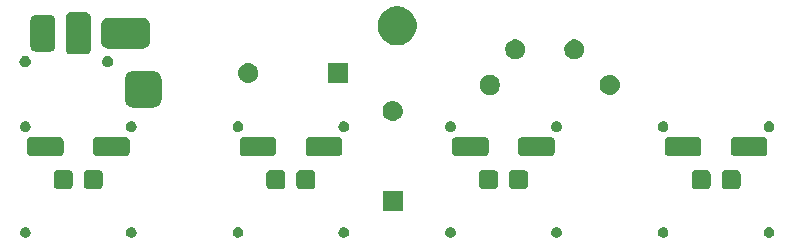
<source format=gbr>
G04 #@! TF.GenerationSoftware,KiCad,Pcbnew,(5.0.1-3-g963ef8bb5)*
G04 #@! TF.CreationDate,2019-02-12T17:52:07-08:00*
G04 #@! TF.ProjectId,4button-3wire,34627574746F6E2D33776972652E6B69,rev?*
G04 #@! TF.SameCoordinates,Original*
G04 #@! TF.FileFunction,Soldermask,Top*
G04 #@! TF.FilePolarity,Negative*
%FSLAX46Y46*%
G04 Gerber Fmt 4.6, Leading zero omitted, Abs format (unit mm)*
G04 Created by KiCad (PCBNEW (5.0.1-3-g963ef8bb5)) date Tuesday, February 12, 2019 at 05:52:07 PM*
%MOMM*%
%LPD*%
G01*
G04 APERTURE LIST*
%ADD10C,0.100000*%
G04 APERTURE END LIST*
D10*
G36*
X134611552Y-118046331D02*
X134693625Y-118080327D01*
X134693626Y-118080328D01*
X134693629Y-118080329D01*
X134767496Y-118129686D01*
X134767500Y-118129689D01*
X134830311Y-118192500D01*
X134830313Y-118192503D01*
X134830314Y-118192504D01*
X134879671Y-118266371D01*
X134879672Y-118266374D01*
X134879673Y-118266375D01*
X134913669Y-118348448D01*
X134931000Y-118435579D01*
X134931000Y-118524421D01*
X134913669Y-118611552D01*
X134879673Y-118693625D01*
X134879671Y-118693629D01*
X134830314Y-118767496D01*
X134830311Y-118767500D01*
X134767500Y-118830311D01*
X134767497Y-118830313D01*
X134767496Y-118830314D01*
X134693629Y-118879671D01*
X134693626Y-118879672D01*
X134693625Y-118879673D01*
X134611552Y-118913669D01*
X134524421Y-118931000D01*
X134435579Y-118931000D01*
X134348448Y-118913669D01*
X134266375Y-118879673D01*
X134266374Y-118879672D01*
X134266371Y-118879671D01*
X134192504Y-118830314D01*
X134192503Y-118830313D01*
X134192500Y-118830311D01*
X134129689Y-118767500D01*
X134129686Y-118767496D01*
X134080329Y-118693629D01*
X134080327Y-118693625D01*
X134046331Y-118611552D01*
X134029000Y-118524421D01*
X134029000Y-118435579D01*
X134046331Y-118348448D01*
X134080327Y-118266375D01*
X134080328Y-118266374D01*
X134080329Y-118266371D01*
X134129686Y-118192504D01*
X134129687Y-118192503D01*
X134129689Y-118192500D01*
X134192500Y-118129689D01*
X134192504Y-118129686D01*
X134266371Y-118080329D01*
X134266374Y-118080328D01*
X134266375Y-118080327D01*
X134348448Y-118046331D01*
X134435579Y-118029000D01*
X134524421Y-118029000D01*
X134611552Y-118046331D01*
X134611552Y-118046331D01*
G37*
G36*
X125651552Y-118046331D02*
X125733625Y-118080327D01*
X125733626Y-118080328D01*
X125733629Y-118080329D01*
X125807496Y-118129686D01*
X125807500Y-118129689D01*
X125870311Y-118192500D01*
X125870313Y-118192503D01*
X125870314Y-118192504D01*
X125919671Y-118266371D01*
X125919672Y-118266374D01*
X125919673Y-118266375D01*
X125953669Y-118348448D01*
X125971000Y-118435579D01*
X125971000Y-118524421D01*
X125953669Y-118611552D01*
X125919673Y-118693625D01*
X125919671Y-118693629D01*
X125870314Y-118767496D01*
X125870311Y-118767500D01*
X125807500Y-118830311D01*
X125807497Y-118830313D01*
X125807496Y-118830314D01*
X125733629Y-118879671D01*
X125733626Y-118879672D01*
X125733625Y-118879673D01*
X125651552Y-118913669D01*
X125564421Y-118931000D01*
X125475579Y-118931000D01*
X125388448Y-118913669D01*
X125306375Y-118879673D01*
X125306374Y-118879672D01*
X125306371Y-118879671D01*
X125232504Y-118830314D01*
X125232503Y-118830313D01*
X125232500Y-118830311D01*
X125169689Y-118767500D01*
X125169686Y-118767496D01*
X125120329Y-118693629D01*
X125120327Y-118693625D01*
X125086331Y-118611552D01*
X125069000Y-118524421D01*
X125069000Y-118435579D01*
X125086331Y-118348448D01*
X125120327Y-118266375D01*
X125120328Y-118266374D01*
X125120329Y-118266371D01*
X125169686Y-118192504D01*
X125169687Y-118192503D01*
X125169689Y-118192500D01*
X125232500Y-118129689D01*
X125232504Y-118129686D01*
X125306371Y-118080329D01*
X125306374Y-118080328D01*
X125306375Y-118080327D01*
X125388448Y-118046331D01*
X125475579Y-118029000D01*
X125564421Y-118029000D01*
X125651552Y-118046331D01*
X125651552Y-118046331D01*
G37*
G36*
X116611552Y-118046331D02*
X116693625Y-118080327D01*
X116693626Y-118080328D01*
X116693629Y-118080329D01*
X116767496Y-118129686D01*
X116767500Y-118129689D01*
X116830311Y-118192500D01*
X116830313Y-118192503D01*
X116830314Y-118192504D01*
X116879671Y-118266371D01*
X116879672Y-118266374D01*
X116879673Y-118266375D01*
X116913669Y-118348448D01*
X116931000Y-118435579D01*
X116931000Y-118524421D01*
X116913669Y-118611552D01*
X116879673Y-118693625D01*
X116879671Y-118693629D01*
X116830314Y-118767496D01*
X116830311Y-118767500D01*
X116767500Y-118830311D01*
X116767497Y-118830313D01*
X116767496Y-118830314D01*
X116693629Y-118879671D01*
X116693626Y-118879672D01*
X116693625Y-118879673D01*
X116611552Y-118913669D01*
X116524421Y-118931000D01*
X116435579Y-118931000D01*
X116348448Y-118913669D01*
X116266375Y-118879673D01*
X116266374Y-118879672D01*
X116266371Y-118879671D01*
X116192504Y-118830314D01*
X116192503Y-118830313D01*
X116192500Y-118830311D01*
X116129689Y-118767500D01*
X116129686Y-118767496D01*
X116080329Y-118693629D01*
X116080327Y-118693625D01*
X116046331Y-118611552D01*
X116029000Y-118524421D01*
X116029000Y-118435579D01*
X116046331Y-118348448D01*
X116080327Y-118266375D01*
X116080328Y-118266374D01*
X116080329Y-118266371D01*
X116129686Y-118192504D01*
X116129687Y-118192503D01*
X116129689Y-118192500D01*
X116192500Y-118129689D01*
X116192504Y-118129686D01*
X116266371Y-118080329D01*
X116266374Y-118080328D01*
X116266375Y-118080327D01*
X116348448Y-118046331D01*
X116435579Y-118029000D01*
X116524421Y-118029000D01*
X116611552Y-118046331D01*
X116611552Y-118046331D01*
G37*
G36*
X107651552Y-118046331D02*
X107733625Y-118080327D01*
X107733626Y-118080328D01*
X107733629Y-118080329D01*
X107807496Y-118129686D01*
X107807500Y-118129689D01*
X107870311Y-118192500D01*
X107870313Y-118192503D01*
X107870314Y-118192504D01*
X107919671Y-118266371D01*
X107919672Y-118266374D01*
X107919673Y-118266375D01*
X107953669Y-118348448D01*
X107971000Y-118435579D01*
X107971000Y-118524421D01*
X107953669Y-118611552D01*
X107919673Y-118693625D01*
X107919671Y-118693629D01*
X107870314Y-118767496D01*
X107870311Y-118767500D01*
X107807500Y-118830311D01*
X107807497Y-118830313D01*
X107807496Y-118830314D01*
X107733629Y-118879671D01*
X107733626Y-118879672D01*
X107733625Y-118879673D01*
X107651552Y-118913669D01*
X107564421Y-118931000D01*
X107475579Y-118931000D01*
X107388448Y-118913669D01*
X107306375Y-118879673D01*
X107306374Y-118879672D01*
X107306371Y-118879671D01*
X107232504Y-118830314D01*
X107232503Y-118830313D01*
X107232500Y-118830311D01*
X107169689Y-118767500D01*
X107169686Y-118767496D01*
X107120329Y-118693629D01*
X107120327Y-118693625D01*
X107086331Y-118611552D01*
X107069000Y-118524421D01*
X107069000Y-118435579D01*
X107086331Y-118348448D01*
X107120327Y-118266375D01*
X107120328Y-118266374D01*
X107120329Y-118266371D01*
X107169686Y-118192504D01*
X107169687Y-118192503D01*
X107169689Y-118192500D01*
X107232500Y-118129689D01*
X107232504Y-118129686D01*
X107306371Y-118080329D01*
X107306374Y-118080328D01*
X107306375Y-118080327D01*
X107388448Y-118046331D01*
X107475579Y-118029000D01*
X107564421Y-118029000D01*
X107651552Y-118046331D01*
X107651552Y-118046331D01*
G37*
G36*
X98611552Y-118046331D02*
X98693625Y-118080327D01*
X98693626Y-118080328D01*
X98693629Y-118080329D01*
X98767496Y-118129686D01*
X98767500Y-118129689D01*
X98830311Y-118192500D01*
X98830313Y-118192503D01*
X98830314Y-118192504D01*
X98879671Y-118266371D01*
X98879672Y-118266374D01*
X98879673Y-118266375D01*
X98913669Y-118348448D01*
X98931000Y-118435579D01*
X98931000Y-118524421D01*
X98913669Y-118611552D01*
X98879673Y-118693625D01*
X98879671Y-118693629D01*
X98830314Y-118767496D01*
X98830311Y-118767500D01*
X98767500Y-118830311D01*
X98767497Y-118830313D01*
X98767496Y-118830314D01*
X98693629Y-118879671D01*
X98693626Y-118879672D01*
X98693625Y-118879673D01*
X98611552Y-118913669D01*
X98524421Y-118931000D01*
X98435579Y-118931000D01*
X98348448Y-118913669D01*
X98266375Y-118879673D01*
X98266374Y-118879672D01*
X98266371Y-118879671D01*
X98192504Y-118830314D01*
X98192503Y-118830313D01*
X98192500Y-118830311D01*
X98129689Y-118767500D01*
X98129686Y-118767496D01*
X98080329Y-118693629D01*
X98080327Y-118693625D01*
X98046331Y-118611552D01*
X98029000Y-118524421D01*
X98029000Y-118435579D01*
X98046331Y-118348448D01*
X98080327Y-118266375D01*
X98080328Y-118266374D01*
X98080329Y-118266371D01*
X98129686Y-118192504D01*
X98129687Y-118192503D01*
X98129689Y-118192500D01*
X98192500Y-118129689D01*
X98192504Y-118129686D01*
X98266371Y-118080329D01*
X98266374Y-118080328D01*
X98266375Y-118080327D01*
X98348448Y-118046331D01*
X98435579Y-118029000D01*
X98524421Y-118029000D01*
X98611552Y-118046331D01*
X98611552Y-118046331D01*
G37*
G36*
X89651552Y-118046331D02*
X89733625Y-118080327D01*
X89733626Y-118080328D01*
X89733629Y-118080329D01*
X89807496Y-118129686D01*
X89807500Y-118129689D01*
X89870311Y-118192500D01*
X89870313Y-118192503D01*
X89870314Y-118192504D01*
X89919671Y-118266371D01*
X89919672Y-118266374D01*
X89919673Y-118266375D01*
X89953669Y-118348448D01*
X89971000Y-118435579D01*
X89971000Y-118524421D01*
X89953669Y-118611552D01*
X89919673Y-118693625D01*
X89919671Y-118693629D01*
X89870314Y-118767496D01*
X89870311Y-118767500D01*
X89807500Y-118830311D01*
X89807497Y-118830313D01*
X89807496Y-118830314D01*
X89733629Y-118879671D01*
X89733626Y-118879672D01*
X89733625Y-118879673D01*
X89651552Y-118913669D01*
X89564421Y-118931000D01*
X89475579Y-118931000D01*
X89388448Y-118913669D01*
X89306375Y-118879673D01*
X89306374Y-118879672D01*
X89306371Y-118879671D01*
X89232504Y-118830314D01*
X89232503Y-118830313D01*
X89232500Y-118830311D01*
X89169689Y-118767500D01*
X89169686Y-118767496D01*
X89120329Y-118693629D01*
X89120327Y-118693625D01*
X89086331Y-118611552D01*
X89069000Y-118524421D01*
X89069000Y-118435579D01*
X89086331Y-118348448D01*
X89120327Y-118266375D01*
X89120328Y-118266374D01*
X89120329Y-118266371D01*
X89169686Y-118192504D01*
X89169687Y-118192503D01*
X89169689Y-118192500D01*
X89232500Y-118129689D01*
X89232504Y-118129686D01*
X89306371Y-118080329D01*
X89306374Y-118080328D01*
X89306375Y-118080327D01*
X89388448Y-118046331D01*
X89475579Y-118029000D01*
X89564421Y-118029000D01*
X89651552Y-118046331D01*
X89651552Y-118046331D01*
G37*
G36*
X80611552Y-118046331D02*
X80693625Y-118080327D01*
X80693626Y-118080328D01*
X80693629Y-118080329D01*
X80767496Y-118129686D01*
X80767500Y-118129689D01*
X80830311Y-118192500D01*
X80830313Y-118192503D01*
X80830314Y-118192504D01*
X80879671Y-118266371D01*
X80879672Y-118266374D01*
X80879673Y-118266375D01*
X80913669Y-118348448D01*
X80931000Y-118435579D01*
X80931000Y-118524421D01*
X80913669Y-118611552D01*
X80879673Y-118693625D01*
X80879671Y-118693629D01*
X80830314Y-118767496D01*
X80830311Y-118767500D01*
X80767500Y-118830311D01*
X80767497Y-118830313D01*
X80767496Y-118830314D01*
X80693629Y-118879671D01*
X80693626Y-118879672D01*
X80693625Y-118879673D01*
X80611552Y-118913669D01*
X80524421Y-118931000D01*
X80435579Y-118931000D01*
X80348448Y-118913669D01*
X80266375Y-118879673D01*
X80266374Y-118879672D01*
X80266371Y-118879671D01*
X80192504Y-118830314D01*
X80192503Y-118830313D01*
X80192500Y-118830311D01*
X80129689Y-118767500D01*
X80129686Y-118767496D01*
X80080329Y-118693629D01*
X80080327Y-118693625D01*
X80046331Y-118611552D01*
X80029000Y-118524421D01*
X80029000Y-118435579D01*
X80046331Y-118348448D01*
X80080327Y-118266375D01*
X80080328Y-118266374D01*
X80080329Y-118266371D01*
X80129686Y-118192504D01*
X80129687Y-118192503D01*
X80129689Y-118192500D01*
X80192500Y-118129689D01*
X80192504Y-118129686D01*
X80266371Y-118080329D01*
X80266374Y-118080328D01*
X80266375Y-118080327D01*
X80348448Y-118046331D01*
X80435579Y-118029000D01*
X80524421Y-118029000D01*
X80611552Y-118046331D01*
X80611552Y-118046331D01*
G37*
G36*
X71651552Y-118046331D02*
X71733625Y-118080327D01*
X71733626Y-118080328D01*
X71733629Y-118080329D01*
X71807496Y-118129686D01*
X71807500Y-118129689D01*
X71870311Y-118192500D01*
X71870313Y-118192503D01*
X71870314Y-118192504D01*
X71919671Y-118266371D01*
X71919672Y-118266374D01*
X71919673Y-118266375D01*
X71953669Y-118348448D01*
X71971000Y-118435579D01*
X71971000Y-118524421D01*
X71953669Y-118611552D01*
X71919673Y-118693625D01*
X71919671Y-118693629D01*
X71870314Y-118767496D01*
X71870311Y-118767500D01*
X71807500Y-118830311D01*
X71807497Y-118830313D01*
X71807496Y-118830314D01*
X71733629Y-118879671D01*
X71733626Y-118879672D01*
X71733625Y-118879673D01*
X71651552Y-118913669D01*
X71564421Y-118931000D01*
X71475579Y-118931000D01*
X71388448Y-118913669D01*
X71306375Y-118879673D01*
X71306374Y-118879672D01*
X71306371Y-118879671D01*
X71232504Y-118830314D01*
X71232503Y-118830313D01*
X71232500Y-118830311D01*
X71169689Y-118767500D01*
X71169686Y-118767496D01*
X71120329Y-118693629D01*
X71120327Y-118693625D01*
X71086331Y-118611552D01*
X71069000Y-118524421D01*
X71069000Y-118435579D01*
X71086331Y-118348448D01*
X71120327Y-118266375D01*
X71120328Y-118266374D01*
X71120329Y-118266371D01*
X71169686Y-118192504D01*
X71169687Y-118192503D01*
X71169689Y-118192500D01*
X71232500Y-118129689D01*
X71232504Y-118129686D01*
X71306371Y-118080329D01*
X71306374Y-118080328D01*
X71306375Y-118080327D01*
X71388448Y-118046331D01*
X71475579Y-118029000D01*
X71564421Y-118029000D01*
X71651552Y-118046331D01*
X71651552Y-118046331D01*
G37*
G36*
X103467000Y-116675000D02*
X101765000Y-116675000D01*
X101765000Y-114973000D01*
X103467000Y-114973000D01*
X103467000Y-116675000D01*
X103467000Y-116675000D01*
G37*
G36*
X131798822Y-113206087D02*
X131862114Y-113225287D01*
X131920448Y-113256467D01*
X131971574Y-113298426D01*
X132013533Y-113349552D01*
X132044713Y-113407886D01*
X132063913Y-113471178D01*
X132071000Y-113543139D01*
X132071000Y-114456861D01*
X132063913Y-114528822D01*
X132044713Y-114592114D01*
X132013533Y-114650448D01*
X131971574Y-114701574D01*
X131920448Y-114743533D01*
X131862114Y-114774713D01*
X131798822Y-114793913D01*
X131726861Y-114801000D01*
X130813139Y-114801000D01*
X130741178Y-114793913D01*
X130677886Y-114774713D01*
X130619552Y-114743533D01*
X130568426Y-114701574D01*
X130526467Y-114650448D01*
X130495287Y-114592114D01*
X130476087Y-114528822D01*
X130469000Y-114456861D01*
X130469000Y-113543139D01*
X130476087Y-113471178D01*
X130495287Y-113407886D01*
X130526467Y-113349552D01*
X130568426Y-113298426D01*
X130619552Y-113256467D01*
X130677886Y-113225287D01*
X130741178Y-113206087D01*
X130813139Y-113199000D01*
X131726861Y-113199000D01*
X131798822Y-113206087D01*
X131798822Y-113206087D01*
G37*
G36*
X111258822Y-113206087D02*
X111322114Y-113225287D01*
X111380448Y-113256467D01*
X111431574Y-113298426D01*
X111473533Y-113349552D01*
X111504713Y-113407886D01*
X111523913Y-113471178D01*
X111531000Y-113543139D01*
X111531000Y-114456861D01*
X111523913Y-114528822D01*
X111504713Y-114592114D01*
X111473533Y-114650448D01*
X111431574Y-114701574D01*
X111380448Y-114743533D01*
X111322114Y-114774713D01*
X111258822Y-114793913D01*
X111186861Y-114801000D01*
X110273139Y-114801000D01*
X110201178Y-114793913D01*
X110137886Y-114774713D01*
X110079552Y-114743533D01*
X110028426Y-114701574D01*
X109986467Y-114650448D01*
X109955287Y-114592114D01*
X109936087Y-114528822D01*
X109929000Y-114456861D01*
X109929000Y-113543139D01*
X109936087Y-113471178D01*
X109955287Y-113407886D01*
X109986467Y-113349552D01*
X110028426Y-113298426D01*
X110079552Y-113256467D01*
X110137886Y-113225287D01*
X110201178Y-113206087D01*
X110273139Y-113199000D01*
X111186861Y-113199000D01*
X111258822Y-113206087D01*
X111258822Y-113206087D01*
G37*
G36*
X113798822Y-113206087D02*
X113862114Y-113225287D01*
X113920448Y-113256467D01*
X113971574Y-113298426D01*
X114013533Y-113349552D01*
X114044713Y-113407886D01*
X114063913Y-113471178D01*
X114071000Y-113543139D01*
X114071000Y-114456861D01*
X114063913Y-114528822D01*
X114044713Y-114592114D01*
X114013533Y-114650448D01*
X113971574Y-114701574D01*
X113920448Y-114743533D01*
X113862114Y-114774713D01*
X113798822Y-114793913D01*
X113726861Y-114801000D01*
X112813139Y-114801000D01*
X112741178Y-114793913D01*
X112677886Y-114774713D01*
X112619552Y-114743533D01*
X112568426Y-114701574D01*
X112526467Y-114650448D01*
X112495287Y-114592114D01*
X112476087Y-114528822D01*
X112469000Y-114456861D01*
X112469000Y-113543139D01*
X112476087Y-113471178D01*
X112495287Y-113407886D01*
X112526467Y-113349552D01*
X112568426Y-113298426D01*
X112619552Y-113256467D01*
X112677886Y-113225287D01*
X112741178Y-113206087D01*
X112813139Y-113199000D01*
X113726861Y-113199000D01*
X113798822Y-113206087D01*
X113798822Y-113206087D01*
G37*
G36*
X129258822Y-113206087D02*
X129322114Y-113225287D01*
X129380448Y-113256467D01*
X129431574Y-113298426D01*
X129473533Y-113349552D01*
X129504713Y-113407886D01*
X129523913Y-113471178D01*
X129531000Y-113543139D01*
X129531000Y-114456861D01*
X129523913Y-114528822D01*
X129504713Y-114592114D01*
X129473533Y-114650448D01*
X129431574Y-114701574D01*
X129380448Y-114743533D01*
X129322114Y-114774713D01*
X129258822Y-114793913D01*
X129186861Y-114801000D01*
X128273139Y-114801000D01*
X128201178Y-114793913D01*
X128137886Y-114774713D01*
X128079552Y-114743533D01*
X128028426Y-114701574D01*
X127986467Y-114650448D01*
X127955287Y-114592114D01*
X127936087Y-114528822D01*
X127929000Y-114456861D01*
X127929000Y-113543139D01*
X127936087Y-113471178D01*
X127955287Y-113407886D01*
X127986467Y-113349552D01*
X128028426Y-113298426D01*
X128079552Y-113256467D01*
X128137886Y-113225287D01*
X128201178Y-113206087D01*
X128273139Y-113199000D01*
X129186861Y-113199000D01*
X129258822Y-113206087D01*
X129258822Y-113206087D01*
G37*
G36*
X75258822Y-113206087D02*
X75322114Y-113225287D01*
X75380448Y-113256467D01*
X75431574Y-113298426D01*
X75473533Y-113349552D01*
X75504713Y-113407886D01*
X75523913Y-113471178D01*
X75531000Y-113543139D01*
X75531000Y-114456861D01*
X75523913Y-114528822D01*
X75504713Y-114592114D01*
X75473533Y-114650448D01*
X75431574Y-114701574D01*
X75380448Y-114743533D01*
X75322114Y-114774713D01*
X75258822Y-114793913D01*
X75186861Y-114801000D01*
X74273139Y-114801000D01*
X74201178Y-114793913D01*
X74137886Y-114774713D01*
X74079552Y-114743533D01*
X74028426Y-114701574D01*
X73986467Y-114650448D01*
X73955287Y-114592114D01*
X73936087Y-114528822D01*
X73929000Y-114456861D01*
X73929000Y-113543139D01*
X73936087Y-113471178D01*
X73955287Y-113407886D01*
X73986467Y-113349552D01*
X74028426Y-113298426D01*
X74079552Y-113256467D01*
X74137886Y-113225287D01*
X74201178Y-113206087D01*
X74273139Y-113199000D01*
X75186861Y-113199000D01*
X75258822Y-113206087D01*
X75258822Y-113206087D01*
G37*
G36*
X77798822Y-113206087D02*
X77862114Y-113225287D01*
X77920448Y-113256467D01*
X77971574Y-113298426D01*
X78013533Y-113349552D01*
X78044713Y-113407886D01*
X78063913Y-113471178D01*
X78071000Y-113543139D01*
X78071000Y-114456861D01*
X78063913Y-114528822D01*
X78044713Y-114592114D01*
X78013533Y-114650448D01*
X77971574Y-114701574D01*
X77920448Y-114743533D01*
X77862114Y-114774713D01*
X77798822Y-114793913D01*
X77726861Y-114801000D01*
X76813139Y-114801000D01*
X76741178Y-114793913D01*
X76677886Y-114774713D01*
X76619552Y-114743533D01*
X76568426Y-114701574D01*
X76526467Y-114650448D01*
X76495287Y-114592114D01*
X76476087Y-114528822D01*
X76469000Y-114456861D01*
X76469000Y-113543139D01*
X76476087Y-113471178D01*
X76495287Y-113407886D01*
X76526467Y-113349552D01*
X76568426Y-113298426D01*
X76619552Y-113256467D01*
X76677886Y-113225287D01*
X76741178Y-113206087D01*
X76813139Y-113199000D01*
X77726861Y-113199000D01*
X77798822Y-113206087D01*
X77798822Y-113206087D01*
G37*
G36*
X95798822Y-113206087D02*
X95862114Y-113225287D01*
X95920448Y-113256467D01*
X95971574Y-113298426D01*
X96013533Y-113349552D01*
X96044713Y-113407886D01*
X96063913Y-113471178D01*
X96071000Y-113543139D01*
X96071000Y-114456861D01*
X96063913Y-114528822D01*
X96044713Y-114592114D01*
X96013533Y-114650448D01*
X95971574Y-114701574D01*
X95920448Y-114743533D01*
X95862114Y-114774713D01*
X95798822Y-114793913D01*
X95726861Y-114801000D01*
X94813139Y-114801000D01*
X94741178Y-114793913D01*
X94677886Y-114774713D01*
X94619552Y-114743533D01*
X94568426Y-114701574D01*
X94526467Y-114650448D01*
X94495287Y-114592114D01*
X94476087Y-114528822D01*
X94469000Y-114456861D01*
X94469000Y-113543139D01*
X94476087Y-113471178D01*
X94495287Y-113407886D01*
X94526467Y-113349552D01*
X94568426Y-113298426D01*
X94619552Y-113256467D01*
X94677886Y-113225287D01*
X94741178Y-113206087D01*
X94813139Y-113199000D01*
X95726861Y-113199000D01*
X95798822Y-113206087D01*
X95798822Y-113206087D01*
G37*
G36*
X93258822Y-113206087D02*
X93322114Y-113225287D01*
X93380448Y-113256467D01*
X93431574Y-113298426D01*
X93473533Y-113349552D01*
X93504713Y-113407886D01*
X93523913Y-113471178D01*
X93531000Y-113543139D01*
X93531000Y-114456861D01*
X93523913Y-114528822D01*
X93504713Y-114592114D01*
X93473533Y-114650448D01*
X93431574Y-114701574D01*
X93380448Y-114743533D01*
X93322114Y-114774713D01*
X93258822Y-114793913D01*
X93186861Y-114801000D01*
X92273139Y-114801000D01*
X92201178Y-114793913D01*
X92137886Y-114774713D01*
X92079552Y-114743533D01*
X92028426Y-114701574D01*
X91986467Y-114650448D01*
X91955287Y-114592114D01*
X91936087Y-114528822D01*
X91929000Y-114456861D01*
X91929000Y-113543139D01*
X91936087Y-113471178D01*
X91955287Y-113407886D01*
X91986467Y-113349552D01*
X92028426Y-113298426D01*
X92079552Y-113256467D01*
X92137886Y-113225287D01*
X92201178Y-113206087D01*
X92273139Y-113199000D01*
X93186861Y-113199000D01*
X93258822Y-113206087D01*
X93258822Y-113206087D01*
G37*
G36*
X128483822Y-110416087D02*
X128547114Y-110435287D01*
X128605448Y-110466467D01*
X128656574Y-110508426D01*
X128698533Y-110559552D01*
X128729713Y-110617886D01*
X128748913Y-110681178D01*
X128756000Y-110753139D01*
X128756000Y-111666861D01*
X128748913Y-111738822D01*
X128729713Y-111802114D01*
X128698533Y-111860448D01*
X128656574Y-111911574D01*
X128605448Y-111953533D01*
X128547114Y-111984713D01*
X128483822Y-112003913D01*
X128411861Y-112011000D01*
X125998139Y-112011000D01*
X125926178Y-112003913D01*
X125862886Y-111984713D01*
X125804552Y-111953533D01*
X125753426Y-111911574D01*
X125711467Y-111860448D01*
X125680287Y-111802114D01*
X125661087Y-111738822D01*
X125654000Y-111666861D01*
X125654000Y-110753139D01*
X125661087Y-110681178D01*
X125680287Y-110617886D01*
X125711467Y-110559552D01*
X125753426Y-110508426D01*
X125804552Y-110466467D01*
X125862886Y-110435287D01*
X125926178Y-110416087D01*
X125998139Y-110409000D01*
X128411861Y-110409000D01*
X128483822Y-110416087D01*
X128483822Y-110416087D01*
G37*
G36*
X80073822Y-110416087D02*
X80137114Y-110435287D01*
X80195448Y-110466467D01*
X80246574Y-110508426D01*
X80288533Y-110559552D01*
X80319713Y-110617886D01*
X80338913Y-110681178D01*
X80346000Y-110753139D01*
X80346000Y-111666861D01*
X80338913Y-111738822D01*
X80319713Y-111802114D01*
X80288533Y-111860448D01*
X80246574Y-111911574D01*
X80195448Y-111953533D01*
X80137114Y-111984713D01*
X80073822Y-112003913D01*
X80001861Y-112011000D01*
X77588139Y-112011000D01*
X77516178Y-112003913D01*
X77452886Y-111984713D01*
X77394552Y-111953533D01*
X77343426Y-111911574D01*
X77301467Y-111860448D01*
X77270287Y-111802114D01*
X77251087Y-111738822D01*
X77244000Y-111666861D01*
X77244000Y-110753139D01*
X77251087Y-110681178D01*
X77270287Y-110617886D01*
X77301467Y-110559552D01*
X77343426Y-110508426D01*
X77394552Y-110466467D01*
X77452886Y-110435287D01*
X77516178Y-110416087D01*
X77588139Y-110409000D01*
X80001861Y-110409000D01*
X80073822Y-110416087D01*
X80073822Y-110416087D01*
G37*
G36*
X134073822Y-110416087D02*
X134137114Y-110435287D01*
X134195448Y-110466467D01*
X134246574Y-110508426D01*
X134288533Y-110559552D01*
X134319713Y-110617886D01*
X134338913Y-110681178D01*
X134346000Y-110753139D01*
X134346000Y-111666861D01*
X134338913Y-111738822D01*
X134319713Y-111802114D01*
X134288533Y-111860448D01*
X134246574Y-111911574D01*
X134195448Y-111953533D01*
X134137114Y-111984713D01*
X134073822Y-112003913D01*
X134001861Y-112011000D01*
X131588139Y-112011000D01*
X131516178Y-112003913D01*
X131452886Y-111984713D01*
X131394552Y-111953533D01*
X131343426Y-111911574D01*
X131301467Y-111860448D01*
X131270287Y-111802114D01*
X131251087Y-111738822D01*
X131244000Y-111666861D01*
X131244000Y-110753139D01*
X131251087Y-110681178D01*
X131270287Y-110617886D01*
X131301467Y-110559552D01*
X131343426Y-110508426D01*
X131394552Y-110466467D01*
X131452886Y-110435287D01*
X131516178Y-110416087D01*
X131588139Y-110409000D01*
X134001861Y-110409000D01*
X134073822Y-110416087D01*
X134073822Y-110416087D01*
G37*
G36*
X116073822Y-110416087D02*
X116137114Y-110435287D01*
X116195448Y-110466467D01*
X116246574Y-110508426D01*
X116288533Y-110559552D01*
X116319713Y-110617886D01*
X116338913Y-110681178D01*
X116346000Y-110753139D01*
X116346000Y-111666861D01*
X116338913Y-111738822D01*
X116319713Y-111802114D01*
X116288533Y-111860448D01*
X116246574Y-111911574D01*
X116195448Y-111953533D01*
X116137114Y-111984713D01*
X116073822Y-112003913D01*
X116001861Y-112011000D01*
X113588139Y-112011000D01*
X113516178Y-112003913D01*
X113452886Y-111984713D01*
X113394552Y-111953533D01*
X113343426Y-111911574D01*
X113301467Y-111860448D01*
X113270287Y-111802114D01*
X113251087Y-111738822D01*
X113244000Y-111666861D01*
X113244000Y-110753139D01*
X113251087Y-110681178D01*
X113270287Y-110617886D01*
X113301467Y-110559552D01*
X113343426Y-110508426D01*
X113394552Y-110466467D01*
X113452886Y-110435287D01*
X113516178Y-110416087D01*
X113588139Y-110409000D01*
X116001861Y-110409000D01*
X116073822Y-110416087D01*
X116073822Y-110416087D01*
G37*
G36*
X110483822Y-110416087D02*
X110547114Y-110435287D01*
X110605448Y-110466467D01*
X110656574Y-110508426D01*
X110698533Y-110559552D01*
X110729713Y-110617886D01*
X110748913Y-110681178D01*
X110756000Y-110753139D01*
X110756000Y-111666861D01*
X110748913Y-111738822D01*
X110729713Y-111802114D01*
X110698533Y-111860448D01*
X110656574Y-111911574D01*
X110605448Y-111953533D01*
X110547114Y-111984713D01*
X110483822Y-112003913D01*
X110411861Y-112011000D01*
X107998139Y-112011000D01*
X107926178Y-112003913D01*
X107862886Y-111984713D01*
X107804552Y-111953533D01*
X107753426Y-111911574D01*
X107711467Y-111860448D01*
X107680287Y-111802114D01*
X107661087Y-111738822D01*
X107654000Y-111666861D01*
X107654000Y-110753139D01*
X107661087Y-110681178D01*
X107680287Y-110617886D01*
X107711467Y-110559552D01*
X107753426Y-110508426D01*
X107804552Y-110466467D01*
X107862886Y-110435287D01*
X107926178Y-110416087D01*
X107998139Y-110409000D01*
X110411861Y-110409000D01*
X110483822Y-110416087D01*
X110483822Y-110416087D01*
G37*
G36*
X98073822Y-110416087D02*
X98137114Y-110435287D01*
X98195448Y-110466467D01*
X98246574Y-110508426D01*
X98288533Y-110559552D01*
X98319713Y-110617886D01*
X98338913Y-110681178D01*
X98346000Y-110753139D01*
X98346000Y-111666861D01*
X98338913Y-111738822D01*
X98319713Y-111802114D01*
X98288533Y-111860448D01*
X98246574Y-111911574D01*
X98195448Y-111953533D01*
X98137114Y-111984713D01*
X98073822Y-112003913D01*
X98001861Y-112011000D01*
X95588139Y-112011000D01*
X95516178Y-112003913D01*
X95452886Y-111984713D01*
X95394552Y-111953533D01*
X95343426Y-111911574D01*
X95301467Y-111860448D01*
X95270287Y-111802114D01*
X95251087Y-111738822D01*
X95244000Y-111666861D01*
X95244000Y-110753139D01*
X95251087Y-110681178D01*
X95270287Y-110617886D01*
X95301467Y-110559552D01*
X95343426Y-110508426D01*
X95394552Y-110466467D01*
X95452886Y-110435287D01*
X95516178Y-110416087D01*
X95588139Y-110409000D01*
X98001861Y-110409000D01*
X98073822Y-110416087D01*
X98073822Y-110416087D01*
G37*
G36*
X92483822Y-110416087D02*
X92547114Y-110435287D01*
X92605448Y-110466467D01*
X92656574Y-110508426D01*
X92698533Y-110559552D01*
X92729713Y-110617886D01*
X92748913Y-110681178D01*
X92756000Y-110753139D01*
X92756000Y-111666861D01*
X92748913Y-111738822D01*
X92729713Y-111802114D01*
X92698533Y-111860448D01*
X92656574Y-111911574D01*
X92605448Y-111953533D01*
X92547114Y-111984713D01*
X92483822Y-112003913D01*
X92411861Y-112011000D01*
X89998139Y-112011000D01*
X89926178Y-112003913D01*
X89862886Y-111984713D01*
X89804552Y-111953533D01*
X89753426Y-111911574D01*
X89711467Y-111860448D01*
X89680287Y-111802114D01*
X89661087Y-111738822D01*
X89654000Y-111666861D01*
X89654000Y-110753139D01*
X89661087Y-110681178D01*
X89680287Y-110617886D01*
X89711467Y-110559552D01*
X89753426Y-110508426D01*
X89804552Y-110466467D01*
X89862886Y-110435287D01*
X89926178Y-110416087D01*
X89998139Y-110409000D01*
X92411861Y-110409000D01*
X92483822Y-110416087D01*
X92483822Y-110416087D01*
G37*
G36*
X74483822Y-110416087D02*
X74547114Y-110435287D01*
X74605448Y-110466467D01*
X74656574Y-110508426D01*
X74698533Y-110559552D01*
X74729713Y-110617886D01*
X74748913Y-110681178D01*
X74756000Y-110753139D01*
X74756000Y-111666861D01*
X74748913Y-111738822D01*
X74729713Y-111802114D01*
X74698533Y-111860448D01*
X74656574Y-111911574D01*
X74605448Y-111953533D01*
X74547114Y-111984713D01*
X74483822Y-112003913D01*
X74411861Y-112011000D01*
X71998139Y-112011000D01*
X71926178Y-112003913D01*
X71862886Y-111984713D01*
X71804552Y-111953533D01*
X71753426Y-111911574D01*
X71711467Y-111860448D01*
X71680287Y-111802114D01*
X71661087Y-111738822D01*
X71654000Y-111666861D01*
X71654000Y-110753139D01*
X71661087Y-110681178D01*
X71680287Y-110617886D01*
X71711467Y-110559552D01*
X71753426Y-110508426D01*
X71804552Y-110466467D01*
X71862886Y-110435287D01*
X71926178Y-110416087D01*
X71998139Y-110409000D01*
X74411861Y-110409000D01*
X74483822Y-110416087D01*
X74483822Y-110416087D01*
G37*
G36*
X80611552Y-109086331D02*
X80693625Y-109120327D01*
X80693626Y-109120328D01*
X80693629Y-109120329D01*
X80767496Y-109169686D01*
X80767500Y-109169689D01*
X80830311Y-109232500D01*
X80830313Y-109232503D01*
X80830314Y-109232504D01*
X80879671Y-109306371D01*
X80879672Y-109306374D01*
X80879673Y-109306375D01*
X80913669Y-109388448D01*
X80931000Y-109475579D01*
X80931000Y-109564421D01*
X80913669Y-109651552D01*
X80879673Y-109733625D01*
X80879671Y-109733629D01*
X80830314Y-109807496D01*
X80830311Y-109807500D01*
X80767500Y-109870311D01*
X80767497Y-109870313D01*
X80767496Y-109870314D01*
X80693629Y-109919671D01*
X80693626Y-109919672D01*
X80693625Y-109919673D01*
X80611552Y-109953669D01*
X80524421Y-109971000D01*
X80435579Y-109971000D01*
X80348448Y-109953669D01*
X80266375Y-109919673D01*
X80266374Y-109919672D01*
X80266371Y-109919671D01*
X80192504Y-109870314D01*
X80192503Y-109870313D01*
X80192500Y-109870311D01*
X80129689Y-109807500D01*
X80129686Y-109807496D01*
X80080329Y-109733629D01*
X80080327Y-109733625D01*
X80046331Y-109651552D01*
X80029000Y-109564421D01*
X80029000Y-109475579D01*
X80046331Y-109388448D01*
X80080327Y-109306375D01*
X80080328Y-109306374D01*
X80080329Y-109306371D01*
X80129686Y-109232504D01*
X80129687Y-109232503D01*
X80129689Y-109232500D01*
X80192500Y-109169689D01*
X80192504Y-109169686D01*
X80266371Y-109120329D01*
X80266374Y-109120328D01*
X80266375Y-109120327D01*
X80348448Y-109086331D01*
X80435579Y-109069000D01*
X80524421Y-109069000D01*
X80611552Y-109086331D01*
X80611552Y-109086331D01*
G37*
G36*
X89651552Y-109086331D02*
X89733625Y-109120327D01*
X89733626Y-109120328D01*
X89733629Y-109120329D01*
X89807496Y-109169686D01*
X89807500Y-109169689D01*
X89870311Y-109232500D01*
X89870313Y-109232503D01*
X89870314Y-109232504D01*
X89919671Y-109306371D01*
X89919672Y-109306374D01*
X89919673Y-109306375D01*
X89953669Y-109388448D01*
X89971000Y-109475579D01*
X89971000Y-109564421D01*
X89953669Y-109651552D01*
X89919673Y-109733625D01*
X89919671Y-109733629D01*
X89870314Y-109807496D01*
X89870311Y-109807500D01*
X89807500Y-109870311D01*
X89807497Y-109870313D01*
X89807496Y-109870314D01*
X89733629Y-109919671D01*
X89733626Y-109919672D01*
X89733625Y-109919673D01*
X89651552Y-109953669D01*
X89564421Y-109971000D01*
X89475579Y-109971000D01*
X89388448Y-109953669D01*
X89306375Y-109919673D01*
X89306374Y-109919672D01*
X89306371Y-109919671D01*
X89232504Y-109870314D01*
X89232503Y-109870313D01*
X89232500Y-109870311D01*
X89169689Y-109807500D01*
X89169686Y-109807496D01*
X89120329Y-109733629D01*
X89120327Y-109733625D01*
X89086331Y-109651552D01*
X89069000Y-109564421D01*
X89069000Y-109475579D01*
X89086331Y-109388448D01*
X89120327Y-109306375D01*
X89120328Y-109306374D01*
X89120329Y-109306371D01*
X89169686Y-109232504D01*
X89169687Y-109232503D01*
X89169689Y-109232500D01*
X89232500Y-109169689D01*
X89232504Y-109169686D01*
X89306371Y-109120329D01*
X89306374Y-109120328D01*
X89306375Y-109120327D01*
X89388448Y-109086331D01*
X89475579Y-109069000D01*
X89564421Y-109069000D01*
X89651552Y-109086331D01*
X89651552Y-109086331D01*
G37*
G36*
X98611552Y-109086331D02*
X98693625Y-109120327D01*
X98693626Y-109120328D01*
X98693629Y-109120329D01*
X98767496Y-109169686D01*
X98767500Y-109169689D01*
X98830311Y-109232500D01*
X98830313Y-109232503D01*
X98830314Y-109232504D01*
X98879671Y-109306371D01*
X98879672Y-109306374D01*
X98879673Y-109306375D01*
X98913669Y-109388448D01*
X98931000Y-109475579D01*
X98931000Y-109564421D01*
X98913669Y-109651552D01*
X98879673Y-109733625D01*
X98879671Y-109733629D01*
X98830314Y-109807496D01*
X98830311Y-109807500D01*
X98767500Y-109870311D01*
X98767497Y-109870313D01*
X98767496Y-109870314D01*
X98693629Y-109919671D01*
X98693626Y-109919672D01*
X98693625Y-109919673D01*
X98611552Y-109953669D01*
X98524421Y-109971000D01*
X98435579Y-109971000D01*
X98348448Y-109953669D01*
X98266375Y-109919673D01*
X98266374Y-109919672D01*
X98266371Y-109919671D01*
X98192504Y-109870314D01*
X98192503Y-109870313D01*
X98192500Y-109870311D01*
X98129689Y-109807500D01*
X98129686Y-109807496D01*
X98080329Y-109733629D01*
X98080327Y-109733625D01*
X98046331Y-109651552D01*
X98029000Y-109564421D01*
X98029000Y-109475579D01*
X98046331Y-109388448D01*
X98080327Y-109306375D01*
X98080328Y-109306374D01*
X98080329Y-109306371D01*
X98129686Y-109232504D01*
X98129687Y-109232503D01*
X98129689Y-109232500D01*
X98192500Y-109169689D01*
X98192504Y-109169686D01*
X98266371Y-109120329D01*
X98266374Y-109120328D01*
X98266375Y-109120327D01*
X98348448Y-109086331D01*
X98435579Y-109069000D01*
X98524421Y-109069000D01*
X98611552Y-109086331D01*
X98611552Y-109086331D01*
G37*
G36*
X71651552Y-109086331D02*
X71733625Y-109120327D01*
X71733626Y-109120328D01*
X71733629Y-109120329D01*
X71807496Y-109169686D01*
X71807500Y-109169689D01*
X71870311Y-109232500D01*
X71870313Y-109232503D01*
X71870314Y-109232504D01*
X71919671Y-109306371D01*
X71919672Y-109306374D01*
X71919673Y-109306375D01*
X71953669Y-109388448D01*
X71971000Y-109475579D01*
X71971000Y-109564421D01*
X71953669Y-109651552D01*
X71919673Y-109733625D01*
X71919671Y-109733629D01*
X71870314Y-109807496D01*
X71870311Y-109807500D01*
X71807500Y-109870311D01*
X71807497Y-109870313D01*
X71807496Y-109870314D01*
X71733629Y-109919671D01*
X71733626Y-109919672D01*
X71733625Y-109919673D01*
X71651552Y-109953669D01*
X71564421Y-109971000D01*
X71475579Y-109971000D01*
X71388448Y-109953669D01*
X71306375Y-109919673D01*
X71306374Y-109919672D01*
X71306371Y-109919671D01*
X71232504Y-109870314D01*
X71232503Y-109870313D01*
X71232500Y-109870311D01*
X71169689Y-109807500D01*
X71169686Y-109807496D01*
X71120329Y-109733629D01*
X71120327Y-109733625D01*
X71086331Y-109651552D01*
X71069000Y-109564421D01*
X71069000Y-109475579D01*
X71086331Y-109388448D01*
X71120327Y-109306375D01*
X71120328Y-109306374D01*
X71120329Y-109306371D01*
X71169686Y-109232504D01*
X71169687Y-109232503D01*
X71169689Y-109232500D01*
X71232500Y-109169689D01*
X71232504Y-109169686D01*
X71306371Y-109120329D01*
X71306374Y-109120328D01*
X71306375Y-109120327D01*
X71388448Y-109086331D01*
X71475579Y-109069000D01*
X71564421Y-109069000D01*
X71651552Y-109086331D01*
X71651552Y-109086331D01*
G37*
G36*
X107651552Y-109086331D02*
X107733625Y-109120327D01*
X107733626Y-109120328D01*
X107733629Y-109120329D01*
X107807496Y-109169686D01*
X107807500Y-109169689D01*
X107870311Y-109232500D01*
X107870313Y-109232503D01*
X107870314Y-109232504D01*
X107919671Y-109306371D01*
X107919672Y-109306374D01*
X107919673Y-109306375D01*
X107953669Y-109388448D01*
X107971000Y-109475579D01*
X107971000Y-109564421D01*
X107953669Y-109651552D01*
X107919673Y-109733625D01*
X107919671Y-109733629D01*
X107870314Y-109807496D01*
X107870311Y-109807500D01*
X107807500Y-109870311D01*
X107807497Y-109870313D01*
X107807496Y-109870314D01*
X107733629Y-109919671D01*
X107733626Y-109919672D01*
X107733625Y-109919673D01*
X107651552Y-109953669D01*
X107564421Y-109971000D01*
X107475579Y-109971000D01*
X107388448Y-109953669D01*
X107306375Y-109919673D01*
X107306374Y-109919672D01*
X107306371Y-109919671D01*
X107232504Y-109870314D01*
X107232503Y-109870313D01*
X107232500Y-109870311D01*
X107169689Y-109807500D01*
X107169686Y-109807496D01*
X107120329Y-109733629D01*
X107120327Y-109733625D01*
X107086331Y-109651552D01*
X107069000Y-109564421D01*
X107069000Y-109475579D01*
X107086331Y-109388448D01*
X107120327Y-109306375D01*
X107120328Y-109306374D01*
X107120329Y-109306371D01*
X107169686Y-109232504D01*
X107169687Y-109232503D01*
X107169689Y-109232500D01*
X107232500Y-109169689D01*
X107232504Y-109169686D01*
X107306371Y-109120329D01*
X107306374Y-109120328D01*
X107306375Y-109120327D01*
X107388448Y-109086331D01*
X107475579Y-109069000D01*
X107564421Y-109069000D01*
X107651552Y-109086331D01*
X107651552Y-109086331D01*
G37*
G36*
X116611552Y-109086331D02*
X116693625Y-109120327D01*
X116693626Y-109120328D01*
X116693629Y-109120329D01*
X116767496Y-109169686D01*
X116767500Y-109169689D01*
X116830311Y-109232500D01*
X116830313Y-109232503D01*
X116830314Y-109232504D01*
X116879671Y-109306371D01*
X116879672Y-109306374D01*
X116879673Y-109306375D01*
X116913669Y-109388448D01*
X116931000Y-109475579D01*
X116931000Y-109564421D01*
X116913669Y-109651552D01*
X116879673Y-109733625D01*
X116879671Y-109733629D01*
X116830314Y-109807496D01*
X116830311Y-109807500D01*
X116767500Y-109870311D01*
X116767497Y-109870313D01*
X116767496Y-109870314D01*
X116693629Y-109919671D01*
X116693626Y-109919672D01*
X116693625Y-109919673D01*
X116611552Y-109953669D01*
X116524421Y-109971000D01*
X116435579Y-109971000D01*
X116348448Y-109953669D01*
X116266375Y-109919673D01*
X116266374Y-109919672D01*
X116266371Y-109919671D01*
X116192504Y-109870314D01*
X116192503Y-109870313D01*
X116192500Y-109870311D01*
X116129689Y-109807500D01*
X116129686Y-109807496D01*
X116080329Y-109733629D01*
X116080327Y-109733625D01*
X116046331Y-109651552D01*
X116029000Y-109564421D01*
X116029000Y-109475579D01*
X116046331Y-109388448D01*
X116080327Y-109306375D01*
X116080328Y-109306374D01*
X116080329Y-109306371D01*
X116129686Y-109232504D01*
X116129687Y-109232503D01*
X116129689Y-109232500D01*
X116192500Y-109169689D01*
X116192504Y-109169686D01*
X116266371Y-109120329D01*
X116266374Y-109120328D01*
X116266375Y-109120327D01*
X116348448Y-109086331D01*
X116435579Y-109069000D01*
X116524421Y-109069000D01*
X116611552Y-109086331D01*
X116611552Y-109086331D01*
G37*
G36*
X125651552Y-109086331D02*
X125733625Y-109120327D01*
X125733626Y-109120328D01*
X125733629Y-109120329D01*
X125807496Y-109169686D01*
X125807500Y-109169689D01*
X125870311Y-109232500D01*
X125870313Y-109232503D01*
X125870314Y-109232504D01*
X125919671Y-109306371D01*
X125919672Y-109306374D01*
X125919673Y-109306375D01*
X125953669Y-109388448D01*
X125971000Y-109475579D01*
X125971000Y-109564421D01*
X125953669Y-109651552D01*
X125919673Y-109733625D01*
X125919671Y-109733629D01*
X125870314Y-109807496D01*
X125870311Y-109807500D01*
X125807500Y-109870311D01*
X125807497Y-109870313D01*
X125807496Y-109870314D01*
X125733629Y-109919671D01*
X125733626Y-109919672D01*
X125733625Y-109919673D01*
X125651552Y-109953669D01*
X125564421Y-109971000D01*
X125475579Y-109971000D01*
X125388448Y-109953669D01*
X125306375Y-109919673D01*
X125306374Y-109919672D01*
X125306371Y-109919671D01*
X125232504Y-109870314D01*
X125232503Y-109870313D01*
X125232500Y-109870311D01*
X125169689Y-109807500D01*
X125169686Y-109807496D01*
X125120329Y-109733629D01*
X125120327Y-109733625D01*
X125086331Y-109651552D01*
X125069000Y-109564421D01*
X125069000Y-109475579D01*
X125086331Y-109388448D01*
X125120327Y-109306375D01*
X125120328Y-109306374D01*
X125120329Y-109306371D01*
X125169686Y-109232504D01*
X125169687Y-109232503D01*
X125169689Y-109232500D01*
X125232500Y-109169689D01*
X125232504Y-109169686D01*
X125306371Y-109120329D01*
X125306374Y-109120328D01*
X125306375Y-109120327D01*
X125388448Y-109086331D01*
X125475579Y-109069000D01*
X125564421Y-109069000D01*
X125651552Y-109086331D01*
X125651552Y-109086331D01*
G37*
G36*
X134611552Y-109086331D02*
X134693625Y-109120327D01*
X134693626Y-109120328D01*
X134693629Y-109120329D01*
X134767496Y-109169686D01*
X134767500Y-109169689D01*
X134830311Y-109232500D01*
X134830313Y-109232503D01*
X134830314Y-109232504D01*
X134879671Y-109306371D01*
X134879672Y-109306374D01*
X134879673Y-109306375D01*
X134913669Y-109388448D01*
X134931000Y-109475579D01*
X134931000Y-109564421D01*
X134913669Y-109651552D01*
X134879673Y-109733625D01*
X134879671Y-109733629D01*
X134830314Y-109807496D01*
X134830311Y-109807500D01*
X134767500Y-109870311D01*
X134767497Y-109870313D01*
X134767496Y-109870314D01*
X134693629Y-109919671D01*
X134693626Y-109919672D01*
X134693625Y-109919673D01*
X134611552Y-109953669D01*
X134524421Y-109971000D01*
X134435579Y-109971000D01*
X134348448Y-109953669D01*
X134266375Y-109919673D01*
X134266374Y-109919672D01*
X134266371Y-109919671D01*
X134192504Y-109870314D01*
X134192503Y-109870313D01*
X134192500Y-109870311D01*
X134129689Y-109807500D01*
X134129686Y-109807496D01*
X134080329Y-109733629D01*
X134080327Y-109733625D01*
X134046331Y-109651552D01*
X134029000Y-109564421D01*
X134029000Y-109475579D01*
X134046331Y-109388448D01*
X134080327Y-109306375D01*
X134080328Y-109306374D01*
X134080329Y-109306371D01*
X134129686Y-109232504D01*
X134129687Y-109232503D01*
X134129689Y-109232500D01*
X134192500Y-109169689D01*
X134192504Y-109169686D01*
X134266371Y-109120329D01*
X134266374Y-109120328D01*
X134266375Y-109120327D01*
X134348448Y-109086331D01*
X134435579Y-109069000D01*
X134524421Y-109069000D01*
X134611552Y-109086331D01*
X134611552Y-109086331D01*
G37*
G36*
X102782821Y-107365313D02*
X102782824Y-107365314D01*
X102782825Y-107365314D01*
X102943239Y-107413975D01*
X102943241Y-107413976D01*
X102943244Y-107413977D01*
X103091078Y-107492995D01*
X103220659Y-107599341D01*
X103327005Y-107728922D01*
X103406023Y-107876756D01*
X103406024Y-107876759D01*
X103406025Y-107876761D01*
X103420961Y-107926000D01*
X103454687Y-108037179D01*
X103471117Y-108204000D01*
X103454687Y-108370821D01*
X103406023Y-108531244D01*
X103327005Y-108679078D01*
X103220659Y-108808659D01*
X103091078Y-108915005D01*
X102943244Y-108994023D01*
X102943241Y-108994024D01*
X102943239Y-108994025D01*
X102782825Y-109042686D01*
X102782824Y-109042686D01*
X102782821Y-109042687D01*
X102657804Y-109055000D01*
X102574196Y-109055000D01*
X102449179Y-109042687D01*
X102449176Y-109042686D01*
X102449175Y-109042686D01*
X102288761Y-108994025D01*
X102288759Y-108994024D01*
X102288756Y-108994023D01*
X102140922Y-108915005D01*
X102011341Y-108808659D01*
X101904995Y-108679078D01*
X101825977Y-108531244D01*
X101777313Y-108370821D01*
X101760883Y-108204000D01*
X101777313Y-108037179D01*
X101811039Y-107926000D01*
X101825975Y-107876761D01*
X101825976Y-107876759D01*
X101825977Y-107876756D01*
X101904995Y-107728922D01*
X102011341Y-107599341D01*
X102140922Y-107492995D01*
X102288756Y-107413977D01*
X102288759Y-107413976D01*
X102288761Y-107413975D01*
X102449175Y-107365314D01*
X102449176Y-107365314D01*
X102449179Y-107365313D01*
X102574196Y-107353000D01*
X102657804Y-107353000D01*
X102782821Y-107365313D01*
X102782821Y-107365313D01*
G37*
G36*
X82476978Y-104838293D02*
X82610627Y-104878835D01*
X82733782Y-104944662D01*
X82841739Y-105033261D01*
X82930338Y-105141218D01*
X82996165Y-105264373D01*
X83036707Y-105398022D01*
X83051000Y-105543140D01*
X83051000Y-107206860D01*
X83036707Y-107351978D01*
X82996165Y-107485627D01*
X82930338Y-107608782D01*
X82841739Y-107716739D01*
X82733782Y-107805338D01*
X82610627Y-107871165D01*
X82476978Y-107911707D01*
X82331860Y-107926000D01*
X80668140Y-107926000D01*
X80523022Y-107911707D01*
X80389373Y-107871165D01*
X80266218Y-107805338D01*
X80158261Y-107716739D01*
X80069662Y-107608782D01*
X80003835Y-107485627D01*
X79963293Y-107351978D01*
X79949000Y-107206860D01*
X79949000Y-105543140D01*
X79963293Y-105398022D01*
X80003835Y-105264373D01*
X80069662Y-105141218D01*
X80158261Y-105033261D01*
X80266218Y-104944662D01*
X80389373Y-104878835D01*
X80523022Y-104838293D01*
X80668140Y-104824000D01*
X82331860Y-104824000D01*
X82476978Y-104838293D01*
X82476978Y-104838293D01*
G37*
G36*
X121166821Y-105161313D02*
X121166824Y-105161314D01*
X121166825Y-105161314D01*
X121327239Y-105209975D01*
X121327241Y-105209976D01*
X121327244Y-105209977D01*
X121475078Y-105288995D01*
X121604659Y-105395341D01*
X121711005Y-105524922D01*
X121790023Y-105672756D01*
X121790024Y-105672759D01*
X121790025Y-105672761D01*
X121838686Y-105833175D01*
X121838687Y-105833179D01*
X121855117Y-106000000D01*
X121838687Y-106166821D01*
X121838686Y-106166824D01*
X121838686Y-106166825D01*
X121813993Y-106248228D01*
X121790023Y-106327244D01*
X121711005Y-106475078D01*
X121604659Y-106604659D01*
X121475078Y-106711005D01*
X121327244Y-106790023D01*
X121327241Y-106790024D01*
X121327239Y-106790025D01*
X121166825Y-106838686D01*
X121166824Y-106838686D01*
X121166821Y-106838687D01*
X121041804Y-106851000D01*
X120958196Y-106851000D01*
X120833179Y-106838687D01*
X120833176Y-106838686D01*
X120833175Y-106838686D01*
X120672761Y-106790025D01*
X120672759Y-106790024D01*
X120672756Y-106790023D01*
X120524922Y-106711005D01*
X120395341Y-106604659D01*
X120288995Y-106475078D01*
X120209977Y-106327244D01*
X120186008Y-106248228D01*
X120161314Y-106166825D01*
X120161314Y-106166824D01*
X120161313Y-106166821D01*
X120144883Y-106000000D01*
X120161313Y-105833179D01*
X120161314Y-105833175D01*
X120209975Y-105672761D01*
X120209976Y-105672759D01*
X120209977Y-105672756D01*
X120288995Y-105524922D01*
X120395341Y-105395341D01*
X120524922Y-105288995D01*
X120672756Y-105209977D01*
X120672759Y-105209976D01*
X120672761Y-105209975D01*
X120833175Y-105161314D01*
X120833176Y-105161314D01*
X120833179Y-105161313D01*
X120958196Y-105149000D01*
X121041804Y-105149000D01*
X121166821Y-105161313D01*
X121166821Y-105161313D01*
G37*
G36*
X111088228Y-105181703D02*
X111243100Y-105245853D01*
X111382481Y-105338985D01*
X111501015Y-105457519D01*
X111594147Y-105596900D01*
X111658297Y-105751772D01*
X111691000Y-105916184D01*
X111691000Y-106083816D01*
X111658297Y-106248228D01*
X111594147Y-106403100D01*
X111501015Y-106542481D01*
X111382481Y-106661015D01*
X111243100Y-106754147D01*
X111088228Y-106818297D01*
X110923816Y-106851000D01*
X110756184Y-106851000D01*
X110591772Y-106818297D01*
X110436900Y-106754147D01*
X110297519Y-106661015D01*
X110178985Y-106542481D01*
X110085853Y-106403100D01*
X110021703Y-106248228D01*
X109989000Y-106083816D01*
X109989000Y-105916184D01*
X110021703Y-105751772D01*
X110085853Y-105596900D01*
X110178985Y-105457519D01*
X110297519Y-105338985D01*
X110436900Y-105245853D01*
X110591772Y-105181703D01*
X110756184Y-105149000D01*
X110923816Y-105149000D01*
X111088228Y-105181703D01*
X111088228Y-105181703D01*
G37*
G36*
X90546821Y-104161313D02*
X90546824Y-104161314D01*
X90546825Y-104161314D01*
X90707239Y-104209975D01*
X90707241Y-104209976D01*
X90707244Y-104209977D01*
X90855078Y-104288995D01*
X90984659Y-104395341D01*
X91091005Y-104524922D01*
X91170023Y-104672756D01*
X91218687Y-104833179D01*
X91235117Y-105000000D01*
X91218687Y-105166821D01*
X91218686Y-105166824D01*
X91218686Y-105166825D01*
X91181626Y-105288996D01*
X91170023Y-105327244D01*
X91091005Y-105475078D01*
X90984659Y-105604659D01*
X90855078Y-105711005D01*
X90707244Y-105790023D01*
X90707241Y-105790024D01*
X90707239Y-105790025D01*
X90546825Y-105838686D01*
X90546824Y-105838686D01*
X90546821Y-105838687D01*
X90421804Y-105851000D01*
X90338196Y-105851000D01*
X90213179Y-105838687D01*
X90213176Y-105838686D01*
X90213175Y-105838686D01*
X90052761Y-105790025D01*
X90052759Y-105790024D01*
X90052756Y-105790023D01*
X89904922Y-105711005D01*
X89775341Y-105604659D01*
X89668995Y-105475078D01*
X89589977Y-105327244D01*
X89578375Y-105288996D01*
X89541314Y-105166825D01*
X89541314Y-105166824D01*
X89541313Y-105166821D01*
X89524883Y-105000000D01*
X89541313Y-104833179D01*
X89589977Y-104672756D01*
X89668995Y-104524922D01*
X89775341Y-104395341D01*
X89904922Y-104288995D01*
X90052756Y-104209977D01*
X90052759Y-104209976D01*
X90052761Y-104209975D01*
X90213175Y-104161314D01*
X90213176Y-104161314D01*
X90213179Y-104161313D01*
X90338196Y-104149000D01*
X90421804Y-104149000D01*
X90546821Y-104161313D01*
X90546821Y-104161313D01*
G37*
G36*
X98851000Y-105851000D02*
X97149000Y-105851000D01*
X97149000Y-104149000D01*
X98851000Y-104149000D01*
X98851000Y-105851000D01*
X98851000Y-105851000D01*
G37*
G36*
X78638841Y-103542292D02*
X78638843Y-103542293D01*
X78638844Y-103542293D01*
X78725470Y-103578174D01*
X78725471Y-103578175D01*
X78803435Y-103630269D01*
X78869731Y-103696565D01*
X78869733Y-103696568D01*
X78921826Y-103774530D01*
X78957707Y-103861156D01*
X78976000Y-103953118D01*
X78976000Y-104046882D01*
X78957707Y-104138844D01*
X78921826Y-104225470D01*
X78921825Y-104225471D01*
X78869731Y-104303435D01*
X78803435Y-104369731D01*
X78803432Y-104369733D01*
X78725470Y-104421826D01*
X78638844Y-104457707D01*
X78638843Y-104457707D01*
X78638841Y-104457708D01*
X78546883Y-104476000D01*
X78453117Y-104476000D01*
X78361159Y-104457708D01*
X78361157Y-104457707D01*
X78361156Y-104457707D01*
X78274530Y-104421826D01*
X78196568Y-104369733D01*
X78196565Y-104369731D01*
X78130269Y-104303435D01*
X78078175Y-104225471D01*
X78078174Y-104225470D01*
X78042293Y-104138844D01*
X78024000Y-104046882D01*
X78024000Y-103953118D01*
X78042293Y-103861156D01*
X78078174Y-103774530D01*
X78130267Y-103696568D01*
X78130269Y-103696565D01*
X78196565Y-103630269D01*
X78274529Y-103578175D01*
X78274530Y-103578174D01*
X78361156Y-103542293D01*
X78361157Y-103542293D01*
X78361159Y-103542292D01*
X78453117Y-103524000D01*
X78546883Y-103524000D01*
X78638841Y-103542292D01*
X78638841Y-103542292D01*
G37*
G36*
X71638841Y-103542292D02*
X71638843Y-103542293D01*
X71638844Y-103542293D01*
X71725470Y-103578174D01*
X71725471Y-103578175D01*
X71803435Y-103630269D01*
X71869731Y-103696565D01*
X71869733Y-103696568D01*
X71921826Y-103774530D01*
X71957707Y-103861156D01*
X71976000Y-103953118D01*
X71976000Y-104046882D01*
X71957707Y-104138844D01*
X71921826Y-104225470D01*
X71921825Y-104225471D01*
X71869731Y-104303435D01*
X71803435Y-104369731D01*
X71803432Y-104369733D01*
X71725470Y-104421826D01*
X71638844Y-104457707D01*
X71638843Y-104457707D01*
X71638841Y-104457708D01*
X71546883Y-104476000D01*
X71453117Y-104476000D01*
X71361159Y-104457708D01*
X71361157Y-104457707D01*
X71361156Y-104457707D01*
X71274530Y-104421826D01*
X71196568Y-104369733D01*
X71196565Y-104369731D01*
X71130269Y-104303435D01*
X71078175Y-104225471D01*
X71078174Y-104225470D01*
X71042293Y-104138844D01*
X71024000Y-104046882D01*
X71024000Y-103953118D01*
X71042293Y-103861156D01*
X71078174Y-103774530D01*
X71130267Y-103696568D01*
X71130269Y-103696565D01*
X71196565Y-103630269D01*
X71274529Y-103578175D01*
X71274530Y-103578174D01*
X71361156Y-103542293D01*
X71361157Y-103542293D01*
X71361159Y-103542292D01*
X71453117Y-103524000D01*
X71546883Y-103524000D01*
X71638841Y-103542292D01*
X71638841Y-103542292D01*
G37*
G36*
X118248228Y-102181703D02*
X118403100Y-102245853D01*
X118542481Y-102338985D01*
X118661015Y-102457519D01*
X118754147Y-102596900D01*
X118818297Y-102751772D01*
X118851000Y-102916184D01*
X118851000Y-103083816D01*
X118818297Y-103248228D01*
X118754147Y-103403100D01*
X118661015Y-103542481D01*
X118542481Y-103661015D01*
X118403100Y-103754147D01*
X118248228Y-103818297D01*
X118083816Y-103851000D01*
X117916184Y-103851000D01*
X117751772Y-103818297D01*
X117596900Y-103754147D01*
X117457519Y-103661015D01*
X117338985Y-103542481D01*
X117245853Y-103403100D01*
X117181703Y-103248228D01*
X117149000Y-103083816D01*
X117149000Y-102916184D01*
X117181703Y-102751772D01*
X117245853Y-102596900D01*
X117338985Y-102457519D01*
X117457519Y-102338985D01*
X117596900Y-102245853D01*
X117751772Y-102181703D01*
X117916184Y-102149000D01*
X118083816Y-102149000D01*
X118248228Y-102181703D01*
X118248228Y-102181703D01*
G37*
G36*
X113248228Y-102181703D02*
X113403100Y-102245853D01*
X113542481Y-102338985D01*
X113661015Y-102457519D01*
X113754147Y-102596900D01*
X113818297Y-102751772D01*
X113851000Y-102916184D01*
X113851000Y-103083816D01*
X113818297Y-103248228D01*
X113754147Y-103403100D01*
X113661015Y-103542481D01*
X113542481Y-103661015D01*
X113403100Y-103754147D01*
X113248228Y-103818297D01*
X113083816Y-103851000D01*
X112916184Y-103851000D01*
X112751772Y-103818297D01*
X112596900Y-103754147D01*
X112457519Y-103661015D01*
X112338985Y-103542481D01*
X112245853Y-103403100D01*
X112181703Y-103248228D01*
X112149000Y-103083816D01*
X112149000Y-102916184D01*
X112181703Y-102751772D01*
X112245853Y-102596900D01*
X112338985Y-102457519D01*
X112457519Y-102338985D01*
X112596900Y-102245853D01*
X112751772Y-102181703D01*
X112916184Y-102149000D01*
X113083816Y-102149000D01*
X113248228Y-102181703D01*
X113248228Y-102181703D01*
G37*
G36*
X76678210Y-99833489D02*
X76764949Y-99859802D01*
X76844891Y-99902532D01*
X76914963Y-99960037D01*
X76972468Y-100030109D01*
X77015198Y-100110051D01*
X77041511Y-100196790D01*
X77051000Y-100293140D01*
X77051000Y-102956860D01*
X77041511Y-103053210D01*
X77015198Y-103139949D01*
X76972468Y-103219891D01*
X76914963Y-103289963D01*
X76844891Y-103347468D01*
X76764949Y-103390198D01*
X76678210Y-103416511D01*
X76581860Y-103426000D01*
X75418140Y-103426000D01*
X75321790Y-103416511D01*
X75235051Y-103390198D01*
X75155109Y-103347468D01*
X75085037Y-103289963D01*
X75027532Y-103219891D01*
X74984802Y-103139949D01*
X74958489Y-103053210D01*
X74949000Y-102956860D01*
X74949000Y-100293140D01*
X74958489Y-100196790D01*
X74984802Y-100110051D01*
X75027532Y-100030109D01*
X75085037Y-99960037D01*
X75155109Y-99902532D01*
X75235051Y-99859802D01*
X75321790Y-99833489D01*
X75418140Y-99824000D01*
X76581860Y-99824000D01*
X76678210Y-99833489D01*
X76678210Y-99833489D01*
G37*
G36*
X73678210Y-100083489D02*
X73764949Y-100109802D01*
X73844891Y-100152532D01*
X73914963Y-100210037D01*
X73972468Y-100280109D01*
X74015198Y-100360051D01*
X74041511Y-100446790D01*
X74051000Y-100543140D01*
X74051000Y-102706860D01*
X74041511Y-102803210D01*
X74015198Y-102889949D01*
X73972468Y-102969891D01*
X73914963Y-103039963D01*
X73844891Y-103097468D01*
X73764949Y-103140198D01*
X73678210Y-103166511D01*
X73581860Y-103176000D01*
X72418140Y-103176000D01*
X72321790Y-103166511D01*
X72235051Y-103140198D01*
X72155109Y-103097468D01*
X72085037Y-103039963D01*
X72027532Y-102969891D01*
X71984802Y-102889949D01*
X71958489Y-102803210D01*
X71949000Y-102706860D01*
X71949000Y-100543140D01*
X71958489Y-100446790D01*
X71984802Y-100360051D01*
X72027532Y-100280109D01*
X72085037Y-100210037D01*
X72155109Y-100152532D01*
X72235051Y-100109802D01*
X72321790Y-100083489D01*
X72418140Y-100074000D01*
X73581860Y-100074000D01*
X73678210Y-100083489D01*
X73678210Y-100083489D01*
G37*
G36*
X81577591Y-100335891D02*
X81687791Y-100369320D01*
X81789337Y-100423597D01*
X81878351Y-100496649D01*
X81951403Y-100585663D01*
X82005680Y-100687209D01*
X82039109Y-100797409D01*
X82051000Y-100918140D01*
X82051000Y-102331860D01*
X82039109Y-102452591D01*
X82005680Y-102562791D01*
X81951403Y-102664337D01*
X81878351Y-102753351D01*
X81789337Y-102826403D01*
X81687791Y-102880680D01*
X81577591Y-102914109D01*
X81456860Y-102926000D01*
X78543140Y-102926000D01*
X78422409Y-102914109D01*
X78312209Y-102880680D01*
X78210663Y-102826403D01*
X78121649Y-102753351D01*
X78048597Y-102664337D01*
X77994320Y-102562791D01*
X77960891Y-102452591D01*
X77949000Y-102331860D01*
X77949000Y-100918140D01*
X77960891Y-100797409D01*
X77994320Y-100687209D01*
X78048597Y-100585663D01*
X78121649Y-100496649D01*
X78210663Y-100423597D01*
X78312209Y-100369320D01*
X78422409Y-100335891D01*
X78543140Y-100324000D01*
X81456860Y-100324000D01*
X81577591Y-100335891D01*
X81577591Y-100335891D01*
G37*
G36*
X103375256Y-99391298D02*
X103481579Y-99412447D01*
X103782042Y-99536903D01*
X104048852Y-99715180D01*
X104052454Y-99717587D01*
X104282413Y-99947546D01*
X104282415Y-99947549D01*
X104463097Y-100217958D01*
X104578672Y-100496980D01*
X104587553Y-100518422D01*
X104651000Y-100837389D01*
X104651000Y-101162611D01*
X104587553Y-101481578D01*
X104463098Y-101782040D01*
X104282413Y-102052454D01*
X104052454Y-102282413D01*
X104052451Y-102282415D01*
X103782042Y-102463097D01*
X103481579Y-102587553D01*
X103434588Y-102596900D01*
X103162611Y-102651000D01*
X102837389Y-102651000D01*
X102565412Y-102596900D01*
X102518421Y-102587553D01*
X102217958Y-102463097D01*
X101947549Y-102282415D01*
X101947546Y-102282413D01*
X101717587Y-102052454D01*
X101536902Y-101782040D01*
X101412447Y-101481578D01*
X101349000Y-101162611D01*
X101349000Y-100837389D01*
X101412447Y-100518422D01*
X101421329Y-100496980D01*
X101536903Y-100217958D01*
X101717585Y-99947549D01*
X101717587Y-99947546D01*
X101947546Y-99717587D01*
X101951148Y-99715180D01*
X102217958Y-99536903D01*
X102518421Y-99412447D01*
X102624744Y-99391298D01*
X102837389Y-99349000D01*
X103162611Y-99349000D01*
X103375256Y-99391298D01*
X103375256Y-99391298D01*
G37*
M02*

</source>
